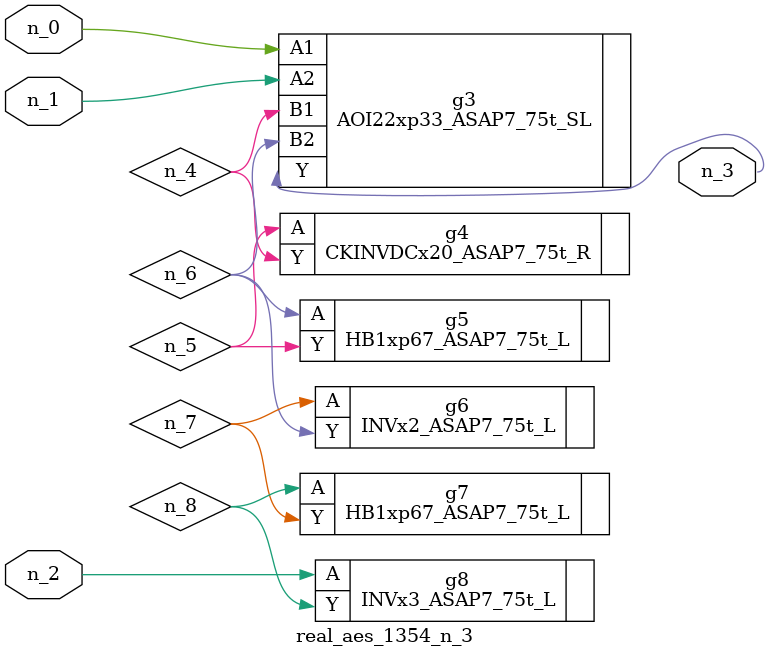
<source format=v>
module real_aes_1354_n_3 (n_0, n_2, n_1, n_3);
input n_0;
input n_2;
input n_1;
output n_3;
wire n_4;
wire n_5;
wire n_7;
wire n_8;
wire n_6;
AOI22xp33_ASAP7_75t_SL g3 ( .A1(n_0), .A2(n_1), .B1(n_4), .B2(n_6), .Y(n_3) );
INVx3_ASAP7_75t_L g8 ( .A(n_2), .Y(n_8) );
CKINVDCx20_ASAP7_75t_R g4 ( .A(n_5), .Y(n_4) );
HB1xp67_ASAP7_75t_L g5 ( .A(n_6), .Y(n_5) );
INVx2_ASAP7_75t_L g6 ( .A(n_7), .Y(n_6) );
HB1xp67_ASAP7_75t_L g7 ( .A(n_8), .Y(n_7) );
endmodule
</source>
